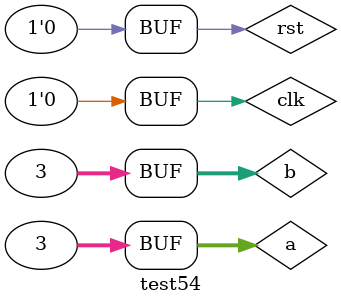
<source format=v>
`timescale 1ns / 1ps

module test54();

    reg clk;
    reg rst;
    reg [31:0] a,b;
    wire [31:0] c;
    
    pe dut(clk,rst,a,b,c);


    initial begin

    a=0;
    b=0;
    clk=0;
    rst=1;
    #5;
    clk=1;
    #5;
    clk=0;
    rst=0;
    #5;

    a=1;
    b=1;
    #5;
    clk=1;
    #5;
    clk=0;

    a=2;
    b=2;
    #5;
    clk=1;
    #5;
    clk=0;

    a=3;
    b=3;
    #5;
    clk=1;
    #5;
    clk=0;

    //$display("%h", c);

	if(c==32'h0000000e)
	begin
		$display("===========Your Design Passed===========");
        end
	else
	begin
		$display("===========Error===========");
	end
    end
endmodule

</source>
